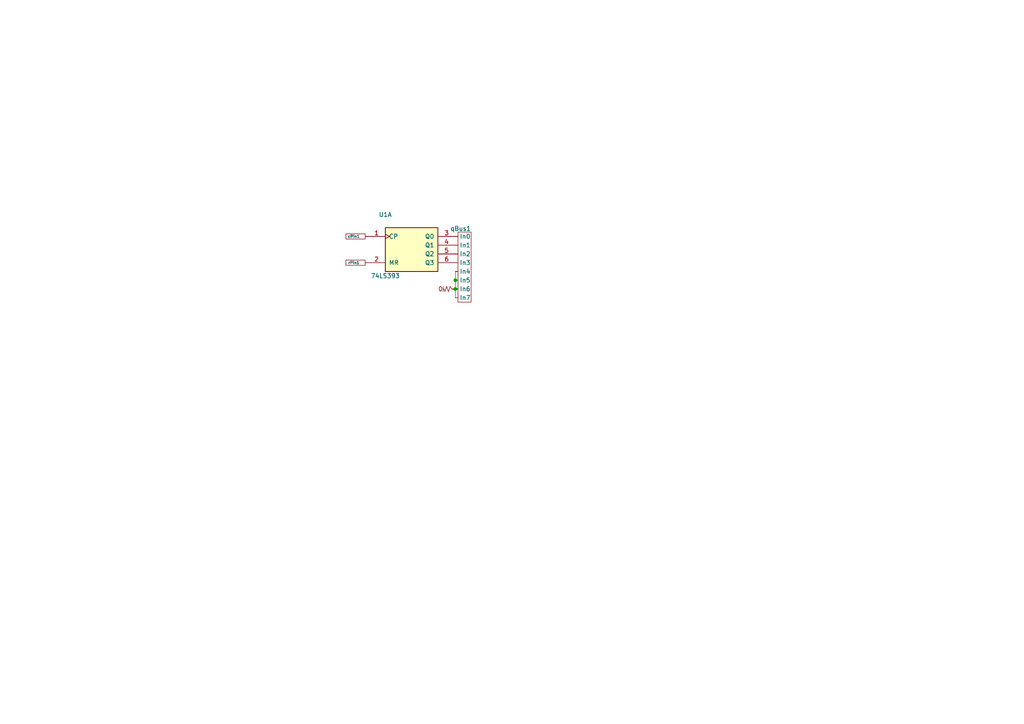
<source format=kicad_sch>
(kicad_sch (version 20230121) (generator eeschema)
  (paper "A4")
  (lib_symbols
    (symbol "74xx:74LS393" (pin_names (offset 1.016))
      (property "Reference" "U" (at -7.62 8.89 0))
      (property "Value" "74LS393" (at -7.62 -8.89 0))
      (symbol "74LS393_1_0"
        (pin input clock (at -12.7 2.54 0) (length 5.08) (name "CP") (number "1"))
        (pin input line (at -12.7 -5.08 0) (length 5.08) (name "MR") (number "2"))
        (pin output line (at 12.7 2.54 180) (length 5.08) (name "Q0") (number "3"))
        (pin output line (at 12.7 0 180) (length 5.08) (name "Q1") (number "4"))
        (pin output line (at 12.7 -2.54 180) (length 5.08) (name "Q2") (number "5"))
        (pin output line (at 12.7 -5.08 180) (length 5.08) (name "Q3") (number "6"))
      )
      (symbol "74LS393_1_1"
        (rectangle (start -7.62 5.08) (end 7.62 -7.62) (stroke (width 0.254)) (fill (type background)))
      )
      (symbol "74LS393_2_0"
        (pin output line (at 12.7 0 180) (length 5.08) (name "Q1") (number "10"))
        (pin output line (at 12.7 2.54 180) (length 5.08) (name "Q0") (number "11"))
        (pin input line (at -12.7 -5.08 0) (length 5.08) (name "MR") (number "12"))
        (pin input clock (at -12.7 2.54 0) (length 5.08) (name "CP") (number "13"))
        (pin output line (at 12.7 -5.08 180) (length 5.08) (name "Q3") (number "8"))
        (pin output line (at 12.7 -2.54 180) (length 5.08) (name "Q2") (number "9"))
      )
      (symbol "74LS393_2_1"
        (rectangle (start -7.62 5.08) (end 7.62 -7.62) (stroke (width 0.254)) (fill (type background)))
      )
      (symbol "74LS393_3_0"
        (pin power_in line (at 0 12.7 270) (length 5.08) (name "VCC") (number "14"))
        (pin power_in line (at 0 -12.7 90) (length 5.08) (name "GND") (number "7"))
      )
      (symbol "74LS393_3_1"
        (rectangle (start -5.08 7.62) (end 5.08 -7.62) (stroke (width 0.254)) (fill (type background)))
      )
    )
    (symbol "Tests:InBus" (pin_numbers hide)
      (property "Reference" "InBus" (at 1.512 11.176 0))
      (symbol "InBus_0_1"
        (rectangle (start 0.75 10.16) (end 4.56 -10.16))
      )
      (symbol "InBus_1_1"
        (pin input line (at 0 8.89 0) (length 0.75) (name "In0") (number "0"))
        (pin input line (at 0 6.35 0) (length 0.75) (name "In1") (number "1"))
        (pin input line (at 0 3.81 0) (length 0.75) (name "In2") (number "2"))
        (pin input line (at 0 1.27 0) (length 0.75) (name "In3") (number "3"))
        (pin input line (at 0 -1.27 0) (length 0.75) (name "In4") (number "4"))
        (pin input line (at 0 -3.81 0) (length 0.75) (name "In5") (number "5"))
        (pin input line (at 0 -6.35 0) (length 0.75) (name "In6") (number "6"))
        (pin input line (at 0 -8.89 0) (length 0.75) (name "In7") (number "7"))
      )
    )
    (symbol "Tests:OutPin" (pin_numbers hide) (pin_names hide)
      (property "Reference" "OutPin" (at -4.064 0 0))
      (symbol "OutPin_0_1"
        (rectangle (start -6.35 0.762) (end -0.762 -0.762))
      )
      (symbol "OutPin_1_1"
        (pin output line (at 0 0 180) (length 0.75) (name "Out") (number "1"))
      )
    )
    (symbol "chip:PULLDOWN" (pin_numbers hide) (pin_names (offset 0) hide)
      (symbol "PULLDOWN_0_1"
        (polyline (pts (xy -3.556 0) (xy -3.556 -0.762)))
        (polyline (pts (xy -1.016 0) (xy -1.524 0.762) (xy -2.032 -0.762) (xy -2.54 0.762) (xy -3.048 -0.762) (xy -3.302 0) (xy -3.556 0) (xy -3.556 0.762)))
      )
      (symbol "PULLDOWN_1_1"
        (text "0" (at -4.318 0 0) (effects (font (size 1.27 1.27))))
        (pin tri_state line (at 0 0 180) (length 1) (name "OUT") (number "1"))
      )
    )
  )
  (junction (at 132.08 81.28))
  (junction (at 132.08 83.82))
  (wire (pts (xy 132.08 81.28) (xy 132.08 83.82)))
  (wire (pts (xy 132.08 83.82) (xy 132.08 86.36)))
  (wire (pts (xy 132.08 78.74) (xy 132.08 81.28)))
  (symbol (lib_id "chip:PULLDOWN") (at 132.08 83.82 0) (unit 1)
    (property "Reference" "pulldown1" (effects hide))
    (property "Value" "pull_down" (effects hide))
  )
  (symbol (lib_id "Tests:OutPin") (at 106.68 76.2 0) (unit 1)
    (property "Reference" "rPin1" (at 102.616 76.2 0) (effects (font (size 0.8 0.8))))
    (property "Value" "cPin" (effects hide))
  )
  (symbol (lib_id "74xx:74LS393") (at 119.38 71.12 0) (unit 1)
    (property "Reference" "U1" (at 111.76 62.23 0))
    (property "Value" "74LS393" (at 111.76 80.01 0))
    (property "Datasheet" "74xx\\74LS393.pdf" (effects hide))
  )
  (symbol (lib_id "Tests:InBus") (at 132.08 77.47 0) (unit 1)
    (property "Reference" "qBus1" (at 133.592 66.294 0))
    (property "Value" "InBus" (effects hide))
  )
  (symbol (lib_id "Tests:OutPin") (at 106.68 68.58 0) (unit 1)
    (property "Reference" "cPin1" (at 102.616 68.58 0) (effects (font (size 0.8 0.8))))
    (property "Value" "cPin" (effects hide))
  )
)
</source>
